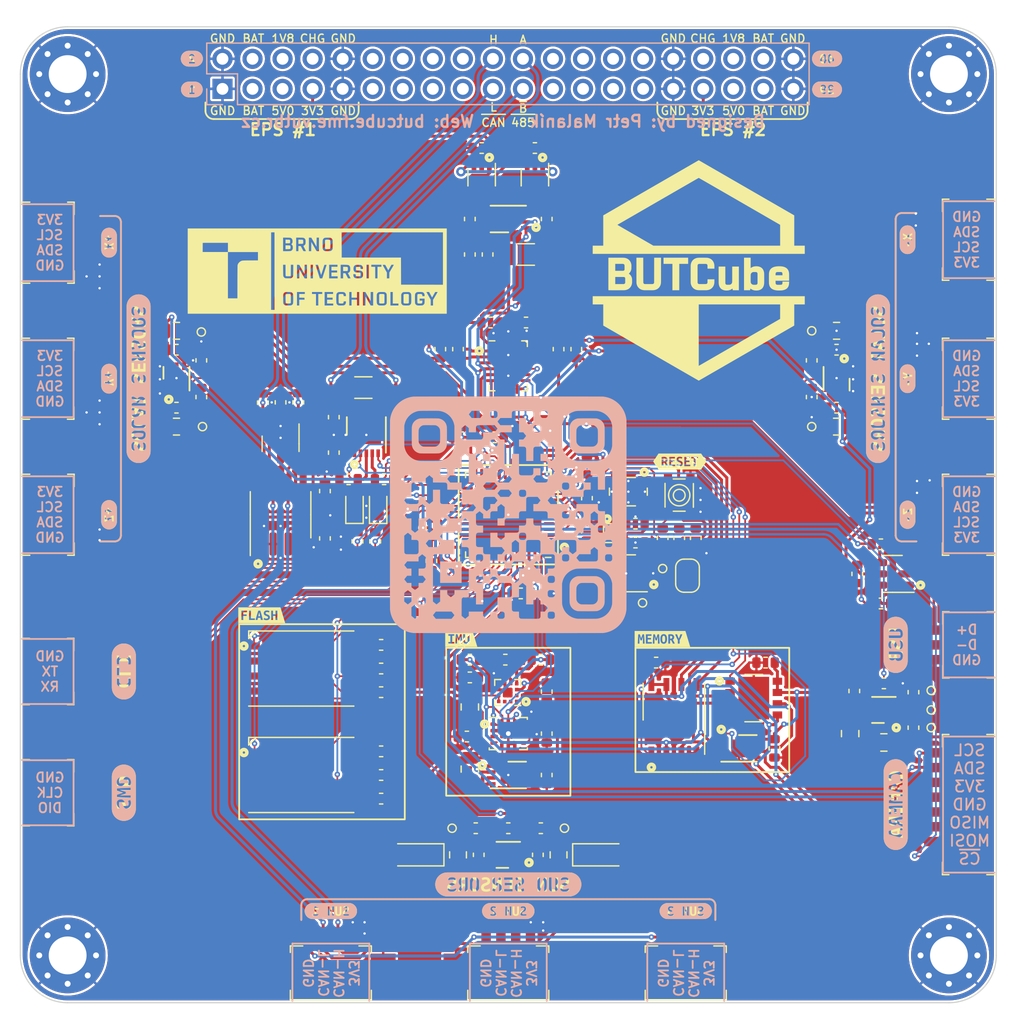
<source format=kicad_pcb>
(kicad_pcb (version 20211014) (generator pcbnew)

  (general
    (thickness 1)
  )

  (paper "A4")
  (title_block
    (title "BUTCube - Flight controller")
    (date "2022-05-26")
    (rev "v1.0")
    (comment 1 "Author: Petr Malaník")
  )

  (layers
    (0 "F.Cu" mixed)
    (31 "B.Cu" mixed)
    (36 "B.SilkS" user "B.Silkscreen")
    (37 "F.SilkS" user "F.Silkscreen")
    (38 "B.Mask" user)
    (39 "F.Mask" user)
    (40 "Dwgs.User" user "User.Drawings")
    (41 "Cmts.User" user "User.Comments")
    (42 "Eco1.User" user "User.Eco1")
    (43 "Eco2.User" user "User.Eco2")
    (44 "Edge.Cuts" user)
    (45 "Margin" user)
    (46 "B.CrtYd" user "B.Courtyard")
    (47 "F.CrtYd" user "F.Courtyard")
    (48 "B.Fab" user)
    (49 "F.Fab" user)
  )

  (setup
    (stackup
      (layer "F.SilkS" (type "Top Silk Screen") (color "White"))
      (layer "F.Paste" (type "Top Solder Paste"))
      (layer "F.Mask" (type "Top Solder Mask") (color "Blue") (thickness 0.01))
      (layer "F.Cu" (type "copper") (thickness 0.035))
      (layer "dielectric 1" (type "core") (thickness 0.91) (material "FR4") (epsilon_r 4.5) (loss_tangent 0.02))
      (layer "B.Cu" (type "copper") (thickness 0.035))
      (layer "B.Mask" (type "Bottom Solder Mask") (color "Blue") (thickness 0.01))
      (layer "B.Paste" (type "Bottom Solder Paste"))
      (layer "B.SilkS" (type "Bottom Silk Screen") (color "White"))
      (copper_finish "ENIG")
      (dielectric_constraints no)
    )
    (pad_to_mask_clearance 0)
    (pcbplotparams
      (layerselection 0x00010fc_ffffffff)
      (disableapertmacros false)
      (usegerberextensions false)
      (usegerberattributes true)
      (usegerberadvancedattributes true)
      (creategerberjobfile true)
      (svguseinch false)
      (svgprecision 6)
      (excludeedgelayer true)
      (plotframeref false)
      (viasonmask false)
      (mode 1)
      (useauxorigin false)
      (hpglpennumber 1)
      (hpglpenspeed 20)
      (hpglpendiameter 15.000000)
      (dxfpolygonmode true)
      (dxfimperialunits true)
      (dxfusepcbnewfont true)
      (psnegative false)
      (psa4output false)
      (plotreference true)
      (plotvalue true)
      (plotinvisibletext false)
      (sketchpadsonfab false)
      (subtractmaskfromsilk false)
      (outputformat 1)
      (mirror false)
      (drillshape 1)
      (scaleselection 1)
      (outputdirectory "")
    )
  )

  (net 0 "")
  (net 1 "Net-(C1-Pad1)")
  (net 2 "GND")
  (net 3 "+3V3")
  (net 4 "/MCU/VREF")
  (net 5 "/Camera/CAMERA_PWR")
  (net 6 "/External_sensors/SUN_PWR")
  (net 7 "Net-(C25-Pad1)")
  (net 8 "/Power/EPS#1_3V3")
  (net 9 "/Power/EPS#2_3V3")
  (net 10 "Net-(D1-Pad1)")
  (net 11 "Net-(D2-Pad1)")
  (net 12 "/External_sensors/CAN.L")
  (net 13 "Net-(J1-Pad2)")
  (net 14 "Net-(J1-Pad3)")
  (net 15 "/MCU/DBG_TX")
  (net 16 "/MCU/DBG_RX")
  (net 17 "/MCU/SWCLK")
  (net 18 "/MCU/SWDIO")
  (net 19 "/Camera/~{CS}")
  (net 20 "/Camera/SPI.MOSI")
  (net 21 "/Camera/SPI.MISO")
  (net 22 "/Camera/SPI.SCK")
  (net 23 "/Camera/I2C.SDA")
  (net 24 "/Camera/I2C.SCL")
  (net 25 "/External_sensors/MUX_1_PWR")
  (net 26 "Net-(J5-Pad2)")
  (net 27 "Net-(J5-Pad3)")
  (net 28 "/External_sensors/MUX_2_PWR")
  (net 29 "Net-(J10-Pad2)")
  (net 30 "Net-(J10-Pad3)")
  (net 31 "/External_sensors/CAN.H")
  (net 32 "unconnected-(J14-Pad3)")
  (net 33 "unconnected-(J14-Pad4)")
  (net 34 "unconnected-(J14-Pad5)")
  (net 35 "unconnected-(J14-Pad6)")
  (net 36 "unconnected-(J14-Pad8)")
  (net 37 "unconnected-(J14-Pad11)")
  (net 38 "unconnected-(J14-Pad12)")
  (net 39 "unconnected-(J14-Pad13)")
  (net 40 "unconnected-(J14-Pad14)")
  (net 41 "unconnected-(J14-Pad15)")
  (net 42 "unconnected-(J14-Pad16)")
  (net 43 "unconnected-(J14-Pad17)")
  (net 44 "unconnected-(J14-Pad18)")
  (net 45 "/MCU/RS_485.~{B}")
  (net 46 "/MCU/RS_485.A")
  (net 47 "unconnected-(J14-Pad23)")
  (net 48 "unconnected-(J14-Pad24)")
  (net 49 "unconnected-(J14-Pad25)")
  (net 50 "unconnected-(J14-Pad26)")
  (net 51 "unconnected-(J14-Pad27)")
  (net 52 "unconnected-(J14-Pad28)")
  (net 53 "unconnected-(J14-Pad29)")
  (net 54 "unconnected-(J14-Pad30)")
  (net 55 "unconnected-(J14-Pad34)")
  (net 56 "unconnected-(J14-Pad35)")
  (net 57 "unconnected-(J14-Pad36)")
  (net 58 "unconnected-(J14-Pad37)")
  (net 59 "unconnected-(J14-Pad38)")
  (net 60 "Net-(JP1-Pad1)")
  (net 61 "/MCU/NRST")
  (net 62 "/External_sensors/MUX_1_EN")
  (net 63 "Net-(NT1-Pad2)")
  (net 64 "/External_sensors/SUN_SENSOR_EN")
  (net 65 "/MCU/POWER_STATUS")
  (net 66 "Net-(NT4-Pad1)")
  (net 67 "Net-(R3-Pad1)")
  (net 68 "/MCU/USB_D-")
  (net 69 "Net-(R4-Pad1)")
  (net 70 "/MCU/USB_D+")
  (net 71 "Net-(R5-Pad1)")
  (net 72 "/MCU/VBAT")
  (net 73 "/MCU/VDDUSB")
  (net 74 "/MCU/LED1")
  (net 75 "/MCU/LED2")
  (net 76 "/MCU/CAN_RS")
  (net 77 "/MCU/RS_485_R_EN")
  (net 78 "/MCU/RS_485_T_EN")
  (net 79 "/Camera/ENABLE")
  (net 80 "Net-(R17-Pad1)")
  (net 81 "/External_sensors/~{FAULT}")
  (net 82 "Net-(R19-Pad1)")
  (net 83 "Net-(R24-Pad1)")
  (net 84 "Net-(R26-Pad1)")
  (net 85 "Net-(R27-Pad2)")
  (net 86 "Net-(R29-Pad2)")
  (net 87 "Net-(R30-Pad1)")
  (net 88 "Net-(R31-Pad1)")
  (net 89 "Net-(R32-Pad1)")
  (net 90 "Net-(R33-Pad1)")
  (net 91 "Net-(R34-Pad1)")
  (net 92 "Net-(TP4-Pad1)")
  (net 93 "Net-(TP8-Pad1)")
  (net 94 "Net-(TP10-Pad1)")
  (net 95 "Net-(TP11-Pad1)")
  (net 96 "unconnected-(U1-Pad3)")
  (net 97 "/MCU/WDG_RESET")
  (net 98 "/MCU/LSE")
  (net 99 "/External_sensors/MUX_2_EN")
  (net 100 "/MCU/HSE")
  (net 101 "/MCU/EEPROM_~{CS}")
  (net 102 "/MCU/MRAM_~{CS}")
  (net 103 "/MCU/FRAM_~{CS}")
  (net 104 "/IMU/GYRO&ACC_~{CS}")
  (net 105 "/IMU/MAGNETO_~{CS}")
  (net 106 "/MCU/RS_485_R")
  (net 107 "/MCU/RS_485_T")
  (net 108 "/MCU/CAN_RX")
  (net 109 "/MCU/CAN_TX")
  (net 110 "/Flash/SPI_MEM.SCK")
  (net 111 "/Flash/SPI_MEM.MISO")
  (net 112 "/Flash/SPI_MEM.MOSI")
  (net 113 "/Flash/BANK_1_~{CS}")
  (net 114 "/Flash/BANK_2_~{CS}")
  (net 115 "unconnected-(U5-Pad7)")
  (net 116 "unconnected-(U8-Pad11)")
  (net 117 "unconnected-(U8-Pad12)")
  (net 118 "unconnected-(U8-Pad15)")
  (net 119 "unconnected-(U8-Pad16)")
  (net 120 "unconnected-(U10-Pad3)")
  (net 121 "unconnected-(U12-Pad3)")
  (net 122 "unconnected-(U13-Pad2)")
  (net 123 "unconnected-(U13-Pad3)")
  (net 124 "unconnected-(U13-Pad4)")
  (net 125 "unconnected-(U13-Pad9)")
  (net 126 "unconnected-(U13-Pad10)")
  (net 127 "unconnected-(U13-Pad11)")
  (net 128 "unconnected-(U14-Pad2)")
  (net 129 "unconnected-(U14-Pad7)")
  (net 130 "unconnected-(U14-Pad11)")
  (net 131 "unconnected-(U14-Pad12)")
  (net 132 "unconnected-(X1-Pad1)")
  (net 133 "Net-(R25-Pad2)")
  (net 134 "unconnected-(U18-Pad4)")
  (net 135 "unconnected-(U19-Pad4)")

  (footprint "TCY_passives:R_0603_1608Metric" (layer "F.Cu") (at 178.5 111.5 180))

  (footprint "kibuzzard-6298BF88" (layer "F.Cu") (at 125.91 105.75))

  (footprint "Resistor_SMD:R_1206_3216Metric" (layer "F.Cu") (at 134.5 86.5 180))

  (footprint "Package_TO_SOT_SMD:SOT-363_SC-70-6" (layer "F.Cu") (at 149 68.75 -90))

  (footprint "LED_SMD:LED_0603_1608Metric" (layer "F.Cu") (at 133.75 96.5 90))

  (footprint "TCY_passives:R_0603_1608Metric" (layer "F.Cu") (at 136 121.25))

  (footprint "TCY_passives:R_0603_1608Metric" (layer "F.Cu") (at 144 123.75 180))

  (footprint "TCY_connectors:TestPoint_Pad_D0.5mm" (layer "F.Cu") (at 159.8 101.8))

  (footprint "Capacitor_SMD:C_0805_2012Metric" (layer "F.Cu") (at 143.5 113.5 -90))

  (footprint "TCY_passives:C_0603_1608Metric" (layer "F.Cu") (at 136 108.25))

  (footprint "TCY_passives:R_0603_1608Metric" (layer "F.Cu") (at 133.25 94.25 180))

  (footprint "kibuzzard-62AAE219" (layer "F.Cu") (at 120 58.7))

  (footprint "TCY_passives:R_0603_1608Metric" (layer "F.Cu") (at 126 87.775 90))

  (footprint "TCY_passives:R_0603_1608Metric" (layer "F.Cu") (at 146.75 123.75 180))

  (footprint "TCY_connectors:Amphenol_10114830-11104LF_1x04_P1.25mm_Horizontal" (layer "F.Cu") (at 107.75 74.25 -90))

  (footprint "TCY_connectors:TestPoint_Pad_D0.5mm" (layer "F.Cu") (at 182.5 112.1))

  (footprint "Package_DFN_QFN:DFN-6-1EP_2x2mm_P0.65mm_EP1x1.6mm" (layer "F.Cu") (at 118.7 85.75 90))

  (footprint "TCY_passives:C_0603_1608Metric" (layer "F.Cu") (at 148.25 81 180))

  (footprint "TCY_passives:C_0603_1608Metric" (layer "F.Cu") (at 140.25 101.15 -90))

  (footprint "Package_TO_SOT_SMD:SOT-363_SC-70-6" (layer "F.Cu") (at 144.5 68.75 -90))

  (footprint "TCY_connectors:TestPoint_Pad_D0.5mm" (layer "F.Cu") (at 172.4 81.7))

  (footprint "Package_DFN_QFN:DFN-8-1EP_3x2mm_P0.5mm_EP1.3x1.5mm" (layer "F.Cu") (at 146.75 119.25))

  (footprint "TCY_passives:C_0603_1608Metric" (layer "F.Cu") (at 149.25 126 90))

  (footprint "TCY_connectors:Amphenol_10114830-11104LF_1x04_P1.25mm_Horizontal" (layer "F.Cu") (at 146.75 136))

  (footprint "TCY_passives:C_0603_1608Metric" (layer "F.Cu") (at 169.25 117 -90))

  (footprint "TCY_passives:R_0603_1608Metric" (layer "F.Cu") (at 143.5 72.25 90))

  (footprint "TCY_passives:C_0603_1608Metric" (layer "F.Cu") (at 150 115.75 -90))

  (footprint "TCY_connectors:Amphenol_10114830-11103LF_1x03_P1.25mm_Horizontal" (layer "F.Cu") (at 110.03 120.75 -90))

  (footprint "TCY_passives:R_0603_1608Metric" (layer "F.Cu") (at 120.8 84.2 90))

  (footprint "TCY_passives:C_0603_1608Metric" (layer "F.Cu") (at 132 92 90))

  (footprint "TCY_passives:R_0603_1608Metric" (layer "F.Cu") (at 134 99.5 -90))

  (footprint "TCY_passives:R_0603_1608Metric" (layer "F.Cu") (at 178.25 99.75 180))

  (footprint "LOGO" (layer "F.Cu") (at 162.85 76.6))

  (footprint "TCY_connectors:Amphenol_10114830-11104LF_1x04_P1.25mm_Horizontal" (layer "F.Cu") (at 107.73 85.75 -90))

  (footprint "Package_DFN_QFN:DFN-6-1EP_2x2mm_P0.65mm_EP1x1.6mm" (layer "F.Cu") (at 146.75 126 180))

  (footprint "Capacitor_Tantalum_SMD:CP_EIA-3216-10_Kemet-I" (layer "F.Cu") (at 154.5 126))

  (footprint "TCY_passives:R_0603_1608Metric" (layer "F.Cu") (at 143.5 109.5))

  (footprint "TCY_oscillators:CSP-4_1.5x0.8mm" (layer "F.Cu") (at 155.3 98.8 -90))

  (footprint "TCY_passives:C_0603_1608Metric" (layer "F.Cu") (at 150 112.2 90))

  (footprint "TCY_connectors:Amphenol_10114830-11103LF_1x03_P1.25mm_Horizontal" (layer "F.Cu") (at 183.47 108.25 90))

  (footprint "TCY_passives:C_0603_1608Metric" (layer "F.Cu") (at 143.25 116 180))

  (footprint "MountingHole:MountingHole_3.2mm_M3_Pad_Via" (layer "F.Cu") (at 184 134.5))

  (footprint "TCY_passives:R_0603_1608Metric" (layer "F.Cu") (at 141 83.25 -90))

  (footprint "TCY_passives:C_0805_2012Metric" (layer "F.Cu") (at 118.7 81.7))

  (footprint "TCY_passives:R_0603_1608Metric" (layer "F.Cu") (at 150 72.25 -90))

  (footprint "kibuzzard-6298A9D6" (layer "F.Cu") (at 161.75 130.75))

  (footprint "Package_DFN_QFN:DFN-8-1EP_3x2mm_P0.5mm_EP1.3x1.5mm" (layer "F.Cu")
    (tedit 5EA4BD6A) (tstamp 339966f0-e037-462c-a298-af494055a352)
    (at 166.25 117)
    (descr "8-Lead Plastic Dual Flat, No Lead Package (8MA2) - 2x3x0.6 mm Body [UDFN] (see Atmel-8815-SEEPROM-AT24CS01-02-Datasheet.pdf)")
    (tags "DFN 0.5")
    (property "Sheetfile" "Memory.kicad_sch")
    (property "Sheetname" "Memory")
    (path "/2505c719-4f81-44f4-a7a9-014d02ea119f/345be0b3-3e63-4041-ab95-674ce0945528")
    (attr smd)
    (fp_text reference "U15" (at 0 -2.05) (layer "F.SilkS") hide
      (effects (font (size 1 1) (thickness 0.15)))
      (tstamp f068361b-6e47-4b2a-9bf1-4d2c9bd0d49b)
    )
    (fp_text value "25AA320AT-I" (at 0 2.05) (layer "F.Fab")
      (effects (font (size 1 1) (thickness 0.15)))
      (tstamp 1526e680-9a5c-4bcb-a557-6ef1db1b0006)
    )
    (fp_text user "${REFERENCE}" (at 0 0) (layer "F.Fab") hide
      (effects (font (size 0.7 0.7) (thickness 0.105)))
      (tstamp 9e65b798-f828-4652-85df-d68c290e89c5)
    )
    (fp_line (start 0 -1.125) (end 1.5 -1.125) (layer "F.SilkS") (width 0.15) (tstamp 16428d8f-0f0f-41b1-81e0-689b1ec3e02a))
    (fp_line (start -1.5 1.125) (end 1.5 1.125) (layer "F.SilkS") (width 0.15) (tstamp c08d0bb7-04fa-4445-95ee-8017fe2c8df3))
    (fp_line (start -2.1 -1.3) (end 2.1 -1.3) (layer "F.CrtYd") (width 0.05) (tstamp 216f539b-86bc-4e00-ae30-5ba201b6200b))
    (fp_line (start 2.1 -1.3) (end 2.1 1.3) (layer "F.CrtYd") (width 0.05) (tstamp 6ba9bf09-65c5-4161-92a3-cb874e64c020))
    (fp_line (start -2.1 1.3) (end 2.1 1.3) (layer "F.CrtYd") (width 0.05) (tstamp d474d4e4-49b3-42dc-9b6f-c39eceb06faf))
    (fp_line (start -2.1 -1.3) (end -2.1 1.3) (layer "F.CrtYd") (width 0.05) (tstamp efb0b39d-5c73-44ce-8934-2fefba84ce61))
    (fp_line (start 1.5 -1) (end 1.5 1) (layer "F.Fab") (width 0.15) (tstamp 0b094481-6ea7-4449-ae20-a328837d2bc7))
    (fp_line (start 1.5 1) (end -1.5 1) (layer "F.Fab") (width 0.15) (tstamp 296e4ee8-7ec0-4114-af5a-b217e1c63cc8))
    (fp_line (start -1.5 1) (end -1.5 0) (layer "F.Fab") (width 0.15) (tstamp 5018471f-a8ec-46aa-9272-f5ed37058edf))
    (fp_line (start -0.5 -1) (end 1.5 -1) (layer "F.Fab") (width 0.15) (tstamp c0f8d011-728c-428b-898e-b610d15ec3e8))
    (fp_line (start -1.5 0) (end -0.5 -1) (layer "F.Fab") (width 0.15) (tstamp da07ef59-8ac7-4c14-8f38-8a8df9f44c95))
    (pad "" smd rect (at 0.325 -0.375) (size 0.5 0.6) (layers "F.Paste") (tstamp 2acbc46d-e916-4ec6-b53c-f929b538c20d))
    (pad "" smd rect (at 0.325 0.375) (size 0.5 0.6) (layers "F.Paste") (tstamp 2e7221f1-cbef-4bce-85b1-f6e6222f77a9))
    (pad "" smd rect (at -0.325 -0.375) (size 0.5 0.6) (layers "F.Paste") (tstamp 4d86bc0f-c0a9-49d1-9818-e1096569a7ff))
    (pad "" smd rect (at -0.325 0.375) (size 0.5 0.6) (layers "F.Paste") (tstamp 7031b80e-b074-4b73-9cb1-f2563f164381))
    (pad "1" smd rect (at -1.45 -0.75) (size 0.75 0.3) (layers "F.Cu" "F.Paste" "F.Mask")
      (net 101 "/MCU/EEPROM_~{CS}") (pinfunction "~{CS}") (pintype "input") (tstamp ff19b146-fcbe-4ad9-b5cb-03dba78951d9))
    (pad "2" smd rect (at -1.45 -0.25) (size 0.75 0.3) (layers "F.Cu" "F.Paste" "F.Mask")
      (net 21 "/Camera/SPI.MISO") (pinfunction "MISO") (pintype "tri_state") (tstamp 68189aee-5e18-467d-90aa-b6a7421a95d2))
    (pad "3" smd re
... [2567895 chars truncated]
</source>
